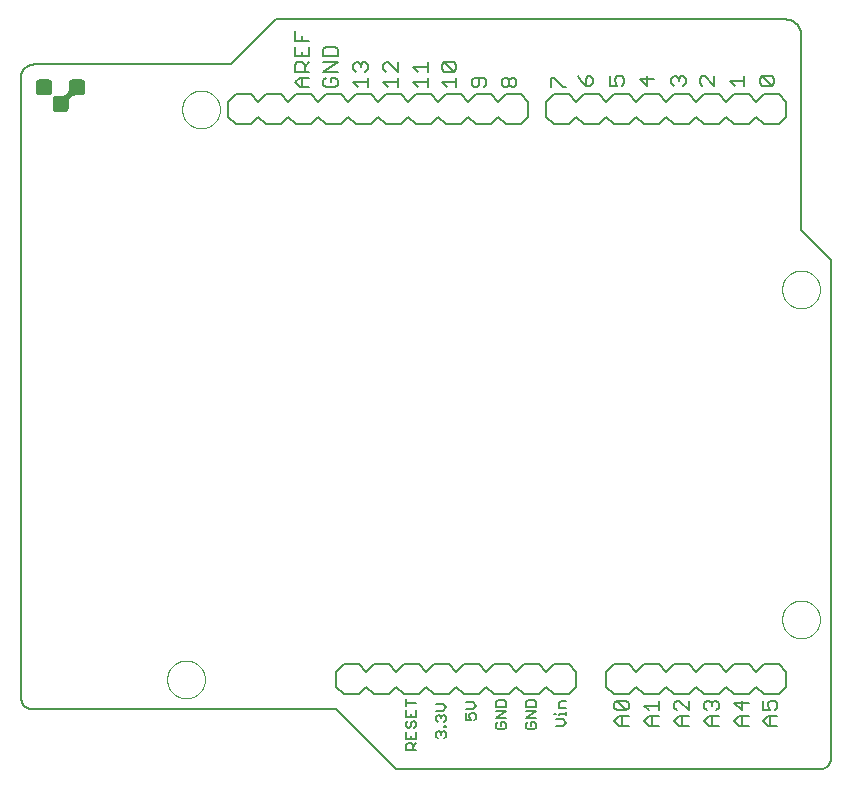
<source format=gto>
G75*
%MOIN*%
%OFA0B0*%
%FSLAX25Y25*%
%IPPOS*%
%LPD*%
%AMOC8*
5,1,8,0,0,1.08239X$1,22.5*
%
%ADD10C,0.00500*%
%ADD11C,0.00800*%
%ADD12C,0.00600*%
%ADD13C,0.00300*%
%ADD14C,0.00000*%
D10*
X0005250Y0021250D02*
X0106250Y0021250D01*
X0126250Y0001250D01*
X0267250Y0001250D01*
X0126250Y0001250D01*
X0106250Y0021250D01*
X0005250Y0021250D01*
X0005124Y0021252D01*
X0004999Y0021258D01*
X0004874Y0021268D01*
X0004749Y0021282D01*
X0004624Y0021299D01*
X0004500Y0021321D01*
X0004377Y0021346D01*
X0004255Y0021376D01*
X0004134Y0021409D01*
X0004014Y0021446D01*
X0003895Y0021486D01*
X0003778Y0021531D01*
X0003661Y0021579D01*
X0003547Y0021631D01*
X0003434Y0021686D01*
X0003323Y0021745D01*
X0003214Y0021807D01*
X0003107Y0021873D01*
X0003002Y0021942D01*
X0002899Y0022014D01*
X0002798Y0022089D01*
X0002700Y0022168D01*
X0002605Y0022250D01*
X0002512Y0022334D01*
X0002422Y0022422D01*
X0002334Y0022512D01*
X0002250Y0022605D01*
X0002168Y0022700D01*
X0002089Y0022798D01*
X0002014Y0022899D01*
X0001942Y0023002D01*
X0001873Y0023107D01*
X0001807Y0023214D01*
X0001745Y0023323D01*
X0001686Y0023434D01*
X0001631Y0023547D01*
X0001579Y0023661D01*
X0001531Y0023778D01*
X0001486Y0023895D01*
X0001446Y0024014D01*
X0001409Y0024134D01*
X0001376Y0024255D01*
X0001346Y0024377D01*
X0001321Y0024500D01*
X0001299Y0024624D01*
X0001282Y0024749D01*
X0001268Y0024874D01*
X0001258Y0024999D01*
X0001252Y0025124D01*
X0001250Y0025250D01*
X0001250Y0232150D01*
X0001250Y0025250D01*
X0001252Y0025124D01*
X0001258Y0024999D01*
X0001268Y0024874D01*
X0001282Y0024749D01*
X0001299Y0024624D01*
X0001321Y0024500D01*
X0001346Y0024377D01*
X0001376Y0024255D01*
X0001409Y0024134D01*
X0001446Y0024014D01*
X0001486Y0023895D01*
X0001531Y0023778D01*
X0001579Y0023661D01*
X0001631Y0023547D01*
X0001686Y0023434D01*
X0001745Y0023323D01*
X0001807Y0023214D01*
X0001873Y0023107D01*
X0001942Y0023002D01*
X0002014Y0022899D01*
X0002089Y0022798D01*
X0002168Y0022700D01*
X0002250Y0022605D01*
X0002334Y0022512D01*
X0002422Y0022422D01*
X0002512Y0022334D01*
X0002605Y0022250D01*
X0002700Y0022168D01*
X0002798Y0022089D01*
X0002899Y0022014D01*
X0003002Y0021942D01*
X0003107Y0021873D01*
X0003214Y0021807D01*
X0003323Y0021745D01*
X0003434Y0021686D01*
X0003547Y0021631D01*
X0003661Y0021579D01*
X0003778Y0021531D01*
X0003895Y0021486D01*
X0004014Y0021446D01*
X0004134Y0021409D01*
X0004255Y0021376D01*
X0004377Y0021346D01*
X0004500Y0021321D01*
X0004624Y0021299D01*
X0004749Y0021282D01*
X0004874Y0021268D01*
X0004999Y0021258D01*
X0005124Y0021252D01*
X0005250Y0021250D01*
X0001250Y0232150D02*
X0001252Y0232276D01*
X0001258Y0232401D01*
X0001268Y0232526D01*
X0001282Y0232651D01*
X0001299Y0232776D01*
X0001321Y0232900D01*
X0001346Y0233023D01*
X0001376Y0233145D01*
X0001409Y0233266D01*
X0001446Y0233386D01*
X0001486Y0233505D01*
X0001531Y0233622D01*
X0001579Y0233739D01*
X0001631Y0233853D01*
X0001686Y0233966D01*
X0001745Y0234077D01*
X0001807Y0234186D01*
X0001873Y0234293D01*
X0001942Y0234398D01*
X0002014Y0234501D01*
X0002089Y0234602D01*
X0002168Y0234700D01*
X0002250Y0234795D01*
X0002334Y0234888D01*
X0002422Y0234978D01*
X0002512Y0235066D01*
X0002605Y0235150D01*
X0002700Y0235232D01*
X0002798Y0235311D01*
X0002899Y0235386D01*
X0003002Y0235458D01*
X0003107Y0235527D01*
X0003214Y0235593D01*
X0003323Y0235655D01*
X0003434Y0235714D01*
X0003547Y0235769D01*
X0003661Y0235821D01*
X0003778Y0235869D01*
X0003895Y0235914D01*
X0004014Y0235954D01*
X0004134Y0235991D01*
X0004255Y0236024D01*
X0004377Y0236054D01*
X0004500Y0236079D01*
X0004624Y0236101D01*
X0004749Y0236118D01*
X0004874Y0236132D01*
X0004999Y0236142D01*
X0005124Y0236148D01*
X0005250Y0236150D01*
X0005250Y0236250D02*
X0071250Y0236250D01*
X0086250Y0251250D01*
X0256250Y0251250D01*
X0086250Y0251250D01*
X0071250Y0236250D01*
X0005250Y0236250D01*
X0005250Y0236150D02*
X0005124Y0236148D01*
X0004999Y0236142D01*
X0004874Y0236132D01*
X0004749Y0236118D01*
X0004624Y0236101D01*
X0004500Y0236079D01*
X0004377Y0236054D01*
X0004255Y0236024D01*
X0004134Y0235991D01*
X0004014Y0235954D01*
X0003895Y0235914D01*
X0003778Y0235869D01*
X0003661Y0235821D01*
X0003547Y0235769D01*
X0003434Y0235714D01*
X0003323Y0235655D01*
X0003214Y0235593D01*
X0003107Y0235527D01*
X0003002Y0235458D01*
X0002899Y0235386D01*
X0002798Y0235311D01*
X0002700Y0235232D01*
X0002605Y0235150D01*
X0002512Y0235066D01*
X0002422Y0234978D01*
X0002334Y0234888D01*
X0002250Y0234795D01*
X0002168Y0234700D01*
X0002089Y0234602D01*
X0002014Y0234501D01*
X0001942Y0234398D01*
X0001873Y0234293D01*
X0001807Y0234186D01*
X0001745Y0234077D01*
X0001686Y0233966D01*
X0001631Y0233853D01*
X0001579Y0233739D01*
X0001531Y0233622D01*
X0001486Y0233505D01*
X0001446Y0233386D01*
X0001409Y0233266D01*
X0001376Y0233145D01*
X0001346Y0233023D01*
X0001321Y0232900D01*
X0001299Y0232776D01*
X0001282Y0232651D01*
X0001268Y0232526D01*
X0001258Y0232401D01*
X0001252Y0232276D01*
X0001250Y0232150D01*
X0256250Y0251250D02*
X0256390Y0251248D01*
X0256530Y0251242D01*
X0256670Y0251232D01*
X0256810Y0251219D01*
X0256949Y0251201D01*
X0257088Y0251179D01*
X0257225Y0251154D01*
X0257363Y0251125D01*
X0257499Y0251092D01*
X0257634Y0251055D01*
X0257768Y0251014D01*
X0257901Y0250969D01*
X0258033Y0250921D01*
X0258163Y0250869D01*
X0258292Y0250814D01*
X0258419Y0250755D01*
X0258545Y0250692D01*
X0258669Y0250626D01*
X0258790Y0250557D01*
X0258910Y0250484D01*
X0259028Y0250407D01*
X0259143Y0250328D01*
X0259257Y0250245D01*
X0259367Y0250159D01*
X0259476Y0250070D01*
X0259582Y0249978D01*
X0259685Y0249883D01*
X0259786Y0249786D01*
X0259883Y0249685D01*
X0259978Y0249582D01*
X0260070Y0249476D01*
X0260159Y0249367D01*
X0260245Y0249257D01*
X0260328Y0249143D01*
X0260407Y0249028D01*
X0260484Y0248910D01*
X0260557Y0248790D01*
X0260626Y0248669D01*
X0260692Y0248545D01*
X0260755Y0248419D01*
X0260814Y0248292D01*
X0260869Y0248163D01*
X0260921Y0248033D01*
X0260969Y0247901D01*
X0261014Y0247768D01*
X0261055Y0247634D01*
X0261092Y0247499D01*
X0261125Y0247363D01*
X0261154Y0247225D01*
X0261179Y0247088D01*
X0261201Y0246949D01*
X0261219Y0246810D01*
X0261232Y0246670D01*
X0261242Y0246530D01*
X0261248Y0246390D01*
X0261250Y0246250D01*
X0261250Y0246150D02*
X0261250Y0181150D01*
X0271250Y0171150D01*
X0271250Y0005250D01*
X0271250Y0171150D01*
X0261250Y0181150D01*
X0261250Y0246150D01*
X0261250Y0246250D02*
X0261248Y0246390D01*
X0261242Y0246530D01*
X0261232Y0246670D01*
X0261219Y0246810D01*
X0261201Y0246949D01*
X0261179Y0247088D01*
X0261154Y0247225D01*
X0261125Y0247363D01*
X0261092Y0247499D01*
X0261055Y0247634D01*
X0261014Y0247768D01*
X0260969Y0247901D01*
X0260921Y0248033D01*
X0260869Y0248163D01*
X0260814Y0248292D01*
X0260755Y0248419D01*
X0260692Y0248545D01*
X0260626Y0248669D01*
X0260557Y0248790D01*
X0260484Y0248910D01*
X0260407Y0249028D01*
X0260328Y0249143D01*
X0260245Y0249257D01*
X0260159Y0249367D01*
X0260070Y0249476D01*
X0259978Y0249582D01*
X0259883Y0249685D01*
X0259786Y0249786D01*
X0259685Y0249883D01*
X0259582Y0249978D01*
X0259476Y0250070D01*
X0259367Y0250159D01*
X0259257Y0250245D01*
X0259143Y0250328D01*
X0259028Y0250407D01*
X0258910Y0250484D01*
X0258790Y0250557D01*
X0258669Y0250626D01*
X0258545Y0250692D01*
X0258419Y0250755D01*
X0258292Y0250814D01*
X0258163Y0250869D01*
X0258033Y0250921D01*
X0257901Y0250969D01*
X0257768Y0251014D01*
X0257634Y0251055D01*
X0257499Y0251092D01*
X0257363Y0251125D01*
X0257225Y0251154D01*
X0257088Y0251179D01*
X0256949Y0251201D01*
X0256810Y0251219D01*
X0256670Y0251232D01*
X0256530Y0251242D01*
X0256390Y0251248D01*
X0256250Y0251250D01*
X0271250Y0005250D02*
X0271248Y0005124D01*
X0271242Y0004999D01*
X0271232Y0004874D01*
X0271218Y0004749D01*
X0271201Y0004624D01*
X0271179Y0004500D01*
X0271154Y0004377D01*
X0271124Y0004255D01*
X0271091Y0004134D01*
X0271054Y0004014D01*
X0271014Y0003895D01*
X0270969Y0003778D01*
X0270921Y0003661D01*
X0270869Y0003547D01*
X0270814Y0003434D01*
X0270755Y0003323D01*
X0270693Y0003214D01*
X0270627Y0003107D01*
X0270558Y0003002D01*
X0270486Y0002899D01*
X0270411Y0002798D01*
X0270332Y0002700D01*
X0270250Y0002605D01*
X0270166Y0002512D01*
X0270078Y0002422D01*
X0269988Y0002334D01*
X0269895Y0002250D01*
X0269800Y0002168D01*
X0269702Y0002089D01*
X0269601Y0002014D01*
X0269498Y0001942D01*
X0269393Y0001873D01*
X0269286Y0001807D01*
X0269177Y0001745D01*
X0269066Y0001686D01*
X0268953Y0001631D01*
X0268839Y0001579D01*
X0268722Y0001531D01*
X0268605Y0001486D01*
X0268486Y0001446D01*
X0268366Y0001409D01*
X0268245Y0001376D01*
X0268123Y0001346D01*
X0268000Y0001321D01*
X0267876Y0001299D01*
X0267751Y0001282D01*
X0267626Y0001268D01*
X0267501Y0001258D01*
X0267376Y0001252D01*
X0267250Y0001250D01*
X0267376Y0001252D01*
X0267501Y0001258D01*
X0267626Y0001268D01*
X0267751Y0001282D01*
X0267876Y0001299D01*
X0268000Y0001321D01*
X0268123Y0001346D01*
X0268245Y0001376D01*
X0268366Y0001409D01*
X0268486Y0001446D01*
X0268605Y0001486D01*
X0268722Y0001531D01*
X0268839Y0001579D01*
X0268953Y0001631D01*
X0269066Y0001686D01*
X0269177Y0001745D01*
X0269286Y0001807D01*
X0269393Y0001873D01*
X0269498Y0001942D01*
X0269601Y0002014D01*
X0269702Y0002089D01*
X0269800Y0002168D01*
X0269895Y0002250D01*
X0269988Y0002334D01*
X0270078Y0002422D01*
X0270166Y0002512D01*
X0270250Y0002605D01*
X0270332Y0002700D01*
X0270411Y0002798D01*
X0270486Y0002899D01*
X0270558Y0003002D01*
X0270627Y0003107D01*
X0270693Y0003214D01*
X0270755Y0003323D01*
X0270814Y0003434D01*
X0270869Y0003547D01*
X0270921Y0003661D01*
X0270969Y0003778D01*
X0271014Y0003895D01*
X0271054Y0004014D01*
X0271091Y0004134D01*
X0271124Y0004255D01*
X0271154Y0004377D01*
X0271179Y0004500D01*
X0271201Y0004624D01*
X0271218Y0004749D01*
X0271232Y0004874D01*
X0271242Y0004999D01*
X0271248Y0005124D01*
X0271250Y0005250D01*
D11*
X0253350Y0015750D02*
X0250147Y0015750D01*
X0248546Y0017351D01*
X0250147Y0018953D01*
X0253350Y0018953D01*
X0252549Y0020906D02*
X0253350Y0021707D01*
X0253350Y0023308D01*
X0252549Y0024109D01*
X0250948Y0024109D01*
X0250147Y0023308D01*
X0250147Y0022508D01*
X0250948Y0020906D01*
X0248546Y0020906D01*
X0248546Y0024109D01*
X0248750Y0026250D02*
X0246250Y0028750D01*
X0243750Y0026250D01*
X0238750Y0026250D01*
X0236250Y0028750D01*
X0233750Y0026250D01*
X0228750Y0026250D01*
X0226250Y0028750D01*
X0223750Y0026250D01*
X0218750Y0026250D01*
X0216250Y0028750D01*
X0213750Y0026250D01*
X0208750Y0026250D01*
X0206250Y0028750D01*
X0203750Y0026250D01*
X0198750Y0026250D01*
X0196250Y0028750D01*
X0196250Y0033750D01*
X0198750Y0036250D01*
X0203750Y0036250D01*
X0206250Y0033750D01*
X0208750Y0036250D01*
X0213750Y0036250D01*
X0216250Y0033750D01*
X0218750Y0036250D01*
X0223750Y0036250D01*
X0226250Y0033750D01*
X0228750Y0036250D01*
X0233750Y0036250D01*
X0236250Y0033750D01*
X0238750Y0036250D01*
X0243750Y0036250D01*
X0246250Y0033750D01*
X0248750Y0036250D01*
X0253750Y0036250D01*
X0256250Y0033750D01*
X0256250Y0028750D01*
X0253750Y0026250D01*
X0248750Y0026250D01*
X0243850Y0023308D02*
X0239046Y0023308D01*
X0241448Y0020906D01*
X0241448Y0024109D01*
X0241448Y0018953D02*
X0241448Y0015750D01*
X0240647Y0015750D02*
X0239046Y0017351D01*
X0240647Y0018953D01*
X0243850Y0018953D01*
X0243850Y0015750D02*
X0240647Y0015750D01*
X0233850Y0015750D02*
X0230647Y0015750D01*
X0229046Y0017351D01*
X0230647Y0018953D01*
X0233850Y0018953D01*
X0233049Y0020906D02*
X0233850Y0021707D01*
X0233850Y0023308D01*
X0233049Y0024109D01*
X0232249Y0024109D01*
X0231448Y0023308D01*
X0231448Y0022508D01*
X0231448Y0023308D02*
X0230647Y0024109D01*
X0229847Y0024109D01*
X0229046Y0023308D01*
X0229046Y0021707D01*
X0229847Y0020906D01*
X0231448Y0018953D02*
X0231448Y0015750D01*
X0223850Y0015750D02*
X0220647Y0015750D01*
X0219046Y0017351D01*
X0220647Y0018953D01*
X0223850Y0018953D01*
X0223850Y0020906D02*
X0220647Y0024109D01*
X0219847Y0024109D01*
X0219046Y0023308D01*
X0219046Y0021707D01*
X0219847Y0020906D01*
X0221448Y0018953D02*
X0221448Y0015750D01*
X0223850Y0020906D02*
X0223850Y0024109D01*
X0213850Y0024109D02*
X0213850Y0020906D01*
X0213850Y0022508D02*
X0209046Y0022508D01*
X0210647Y0020906D01*
X0210647Y0018953D02*
X0213850Y0018953D01*
X0211448Y0018953D02*
X0211448Y0015750D01*
X0210647Y0015750D02*
X0209046Y0017351D01*
X0210647Y0018953D01*
X0210647Y0015750D02*
X0213850Y0015750D01*
X0203850Y0015750D02*
X0200647Y0015750D01*
X0199046Y0017351D01*
X0200647Y0018953D01*
X0203850Y0018953D01*
X0203049Y0020906D02*
X0199847Y0020906D01*
X0199046Y0021707D01*
X0199046Y0023308D01*
X0199847Y0024109D01*
X0203049Y0020906D01*
X0203850Y0021707D01*
X0203850Y0023308D01*
X0203049Y0024109D01*
X0199847Y0024109D01*
X0201448Y0018953D02*
X0201448Y0015750D01*
X0186250Y0028750D02*
X0186250Y0033750D01*
X0183750Y0036250D01*
X0178750Y0036250D01*
X0176250Y0033750D01*
X0173750Y0036250D01*
X0168750Y0036250D01*
X0166250Y0033750D01*
X0163750Y0036250D01*
X0158750Y0036250D01*
X0156250Y0033750D01*
X0153750Y0036250D01*
X0148750Y0036250D01*
X0146250Y0033750D01*
X0143750Y0036250D01*
X0138750Y0036250D01*
X0136250Y0033750D01*
X0133750Y0036250D01*
X0128750Y0036250D01*
X0126250Y0033750D01*
X0123750Y0036250D01*
X0118750Y0036250D01*
X0116250Y0033750D01*
X0113750Y0036250D01*
X0108750Y0036250D01*
X0106250Y0033750D01*
X0106250Y0028750D01*
X0108750Y0026250D01*
X0113750Y0026250D01*
X0116250Y0028750D01*
X0118750Y0026250D01*
X0123750Y0026250D01*
X0126250Y0028750D01*
X0128750Y0026250D01*
X0133750Y0026250D01*
X0136250Y0028750D01*
X0138750Y0026250D01*
X0143750Y0026250D01*
X0146250Y0028750D01*
X0148750Y0026250D01*
X0153750Y0026250D01*
X0156250Y0028750D01*
X0158750Y0026250D01*
X0163750Y0026250D01*
X0166250Y0028750D01*
X0168750Y0026250D01*
X0173750Y0026250D01*
X0176250Y0028750D01*
X0178750Y0026250D01*
X0183750Y0026250D01*
X0186250Y0028750D01*
X0250948Y0018953D02*
X0250948Y0015750D01*
X0248750Y0216250D02*
X0253750Y0216250D01*
X0256250Y0218750D01*
X0256250Y0223750D01*
X0253750Y0226250D01*
X0248750Y0226250D01*
X0246250Y0223750D01*
X0243750Y0226250D01*
X0238750Y0226250D01*
X0236250Y0223750D01*
X0233750Y0226250D01*
X0228750Y0226250D01*
X0226250Y0223750D01*
X0223750Y0226250D01*
X0218750Y0226250D01*
X0216250Y0223750D01*
X0213750Y0226250D01*
X0208750Y0226250D01*
X0206250Y0223750D01*
X0203750Y0226250D01*
X0198750Y0226250D01*
X0196250Y0223750D01*
X0193750Y0226250D01*
X0188750Y0226250D01*
X0186250Y0223750D01*
X0183750Y0226250D01*
X0178750Y0226250D01*
X0176250Y0223750D01*
X0176250Y0218750D01*
X0178750Y0216250D01*
X0183750Y0216250D01*
X0186250Y0218750D01*
X0188750Y0216250D01*
X0193750Y0216250D01*
X0196250Y0218750D01*
X0198750Y0216250D01*
X0203750Y0216250D01*
X0206250Y0218750D01*
X0208750Y0216250D01*
X0213750Y0216250D01*
X0216250Y0218750D01*
X0218750Y0216250D01*
X0223750Y0216250D01*
X0226250Y0218750D01*
X0228750Y0216250D01*
X0233750Y0216250D01*
X0236250Y0218750D01*
X0238750Y0216250D01*
X0243750Y0216250D01*
X0246250Y0218750D01*
X0248750Y0216250D01*
X0248347Y0229150D02*
X0247546Y0229951D01*
X0247546Y0231552D01*
X0248347Y0232353D01*
X0251549Y0229150D01*
X0252350Y0229951D01*
X0252350Y0231552D01*
X0251549Y0232353D01*
X0248347Y0232353D01*
X0248347Y0229150D02*
X0251549Y0229150D01*
X0242350Y0229150D02*
X0242350Y0232353D01*
X0242350Y0230751D02*
X0237546Y0230751D01*
X0239147Y0229150D01*
X0232350Y0229150D02*
X0232350Y0232353D01*
X0229147Y0232353D02*
X0228347Y0232353D01*
X0227546Y0231552D01*
X0227546Y0229951D01*
X0228347Y0229150D01*
X0229147Y0232353D02*
X0232350Y0229150D01*
X0222850Y0229951D02*
X0222049Y0229150D01*
X0222850Y0229951D02*
X0222850Y0231552D01*
X0222049Y0232353D01*
X0221249Y0232353D01*
X0220448Y0231552D01*
X0220448Y0230751D01*
X0220448Y0231552D02*
X0219647Y0232353D01*
X0218847Y0232353D01*
X0218046Y0231552D01*
X0218046Y0229951D01*
X0218847Y0229150D01*
X0212350Y0231552D02*
X0207546Y0231552D01*
X0209948Y0229150D01*
X0209948Y0232353D01*
X0202350Y0231552D02*
X0202350Y0229951D01*
X0201549Y0229150D01*
X0199948Y0229150D02*
X0199147Y0230751D01*
X0199147Y0231552D01*
X0199948Y0232353D01*
X0201549Y0232353D01*
X0202350Y0231552D01*
X0199948Y0229150D02*
X0197546Y0229150D01*
X0197546Y0232353D01*
X0191850Y0231552D02*
X0191049Y0232353D01*
X0190249Y0232353D01*
X0189448Y0231552D01*
X0189448Y0229150D01*
X0191049Y0229150D01*
X0191850Y0229951D01*
X0191850Y0231552D01*
X0189448Y0229150D02*
X0187847Y0230751D01*
X0187046Y0232353D01*
X0182850Y0228650D02*
X0182049Y0228650D01*
X0178847Y0231853D01*
X0178046Y0231853D01*
X0178046Y0228650D01*
X0170250Y0223750D02*
X0170250Y0218750D01*
X0167750Y0216250D01*
X0162750Y0216250D01*
X0160250Y0218750D01*
X0157750Y0216250D01*
X0152750Y0216250D01*
X0150250Y0218750D01*
X0147750Y0216250D01*
X0142750Y0216250D01*
X0140250Y0218750D01*
X0137750Y0216250D01*
X0132750Y0216250D01*
X0130250Y0218750D01*
X0127750Y0216250D01*
X0122750Y0216250D01*
X0120250Y0218750D01*
X0117750Y0216250D01*
X0112750Y0216250D01*
X0110250Y0218750D01*
X0107750Y0216250D01*
X0102750Y0216250D01*
X0100250Y0218750D01*
X0097750Y0216250D01*
X0092750Y0216250D01*
X0090250Y0218750D01*
X0087750Y0216250D01*
X0082750Y0216250D01*
X0080250Y0218750D01*
X0077750Y0216250D01*
X0072750Y0216250D01*
X0070250Y0218750D01*
X0070250Y0223750D01*
X0072750Y0226250D01*
X0077750Y0226250D01*
X0080250Y0223750D01*
X0082750Y0226250D01*
X0087750Y0226250D01*
X0090250Y0223750D01*
X0092750Y0226250D01*
X0097750Y0226250D01*
X0100250Y0223750D01*
X0102750Y0226250D01*
X0107750Y0226250D01*
X0110250Y0223750D01*
X0112750Y0226250D01*
X0117750Y0226250D01*
X0120250Y0223750D01*
X0122750Y0226250D01*
X0127750Y0226250D01*
X0130250Y0223750D01*
X0132750Y0226250D01*
X0137750Y0226250D01*
X0140250Y0223750D01*
X0142750Y0226250D01*
X0147750Y0226250D01*
X0150250Y0223750D01*
X0152750Y0226250D01*
X0157750Y0226250D01*
X0160250Y0223750D01*
X0162750Y0226250D01*
X0167750Y0226250D01*
X0170250Y0223750D01*
X0165549Y0228650D02*
X0164749Y0228650D01*
X0163948Y0229451D01*
X0163948Y0231052D01*
X0164749Y0231853D01*
X0165549Y0231853D01*
X0166350Y0231052D01*
X0166350Y0229451D01*
X0165549Y0228650D01*
X0163948Y0229451D02*
X0163147Y0228650D01*
X0162347Y0228650D01*
X0161546Y0229451D01*
X0161546Y0231052D01*
X0162347Y0231853D01*
X0163147Y0231853D01*
X0163948Y0231052D01*
X0156350Y0231052D02*
X0156350Y0229451D01*
X0155549Y0228650D01*
X0153948Y0229451D02*
X0153948Y0231853D01*
X0155549Y0231853D02*
X0152347Y0231853D01*
X0151546Y0231052D01*
X0151546Y0229451D01*
X0152347Y0228650D01*
X0153147Y0228650D01*
X0153948Y0229451D01*
X0156350Y0231052D02*
X0155549Y0231853D01*
X0146350Y0231853D02*
X0146350Y0228650D01*
X0146350Y0230251D02*
X0141546Y0230251D01*
X0143147Y0228650D01*
X0142347Y0233806D02*
X0141546Y0234607D01*
X0141546Y0236208D01*
X0142347Y0237009D01*
X0145549Y0233806D01*
X0146350Y0234607D01*
X0146350Y0236208D01*
X0145549Y0237009D01*
X0142347Y0237009D01*
X0142347Y0233806D02*
X0145549Y0233806D01*
X0136850Y0233806D02*
X0136850Y0237009D01*
X0136850Y0235408D02*
X0132046Y0235408D01*
X0133647Y0233806D01*
X0136850Y0231853D02*
X0136850Y0228650D01*
X0136850Y0230251D02*
X0132046Y0230251D01*
X0133647Y0228650D01*
X0126850Y0228650D02*
X0126850Y0231853D01*
X0126850Y0230251D02*
X0122046Y0230251D01*
X0123647Y0228650D01*
X0122847Y0233806D02*
X0122046Y0234607D01*
X0122046Y0236208D01*
X0122847Y0237009D01*
X0123647Y0237009D01*
X0126850Y0233806D01*
X0126850Y0237009D01*
X0116850Y0236208D02*
X0116850Y0234607D01*
X0116049Y0233806D01*
X0116850Y0231853D02*
X0116850Y0228650D01*
X0116850Y0230251D02*
X0112046Y0230251D01*
X0113647Y0228650D01*
X0112847Y0233806D02*
X0112046Y0234607D01*
X0112046Y0236208D01*
X0112847Y0237009D01*
X0113647Y0237009D01*
X0114448Y0236208D01*
X0115249Y0237009D01*
X0116049Y0237009D01*
X0116850Y0236208D01*
X0114448Y0236208D02*
X0114448Y0235408D01*
X0106850Y0237009D02*
X0102046Y0237009D01*
X0102046Y0238963D02*
X0102046Y0241365D01*
X0102847Y0242166D01*
X0106049Y0242166D01*
X0106850Y0241365D01*
X0106850Y0238963D01*
X0102046Y0238963D01*
X0097350Y0238963D02*
X0097350Y0242166D01*
X0097350Y0244119D02*
X0092546Y0244119D01*
X0092546Y0247322D01*
X0094948Y0245721D02*
X0094948Y0244119D01*
X0092546Y0242166D02*
X0092546Y0238963D01*
X0097350Y0238963D01*
X0097350Y0237009D02*
X0095749Y0235408D01*
X0095749Y0236208D02*
X0095749Y0233806D01*
X0097350Y0233806D02*
X0092546Y0233806D01*
X0092546Y0236208D01*
X0093347Y0237009D01*
X0094948Y0237009D01*
X0095749Y0236208D01*
X0094948Y0238963D02*
X0094948Y0240564D01*
X0102046Y0233806D02*
X0106850Y0237009D01*
X0106850Y0233806D02*
X0102046Y0233806D01*
X0102847Y0231853D02*
X0102046Y0231052D01*
X0102046Y0229451D01*
X0102847Y0228650D01*
X0106049Y0228650D01*
X0106850Y0229451D01*
X0106850Y0231052D01*
X0106049Y0231853D01*
X0104448Y0231853D01*
X0104448Y0230251D01*
X0097350Y0228650D02*
X0094147Y0228650D01*
X0092546Y0230251D01*
X0094147Y0231853D01*
X0097350Y0231853D01*
X0094948Y0231853D02*
X0094948Y0228650D01*
D12*
X0129547Y0024651D02*
X0129547Y0022383D01*
X0129547Y0023517D02*
X0132950Y0023517D01*
X0132950Y0020968D02*
X0132950Y0018699D01*
X0129547Y0018699D01*
X0129547Y0020968D01*
X0131249Y0019834D02*
X0131249Y0018699D01*
X0131816Y0017285D02*
X0132383Y0017285D01*
X0132950Y0016718D01*
X0132950Y0015583D01*
X0132383Y0015016D01*
X0131249Y0015583D02*
X0131249Y0016718D01*
X0131816Y0017285D01*
X0130114Y0017285D02*
X0129547Y0016718D01*
X0129547Y0015583D01*
X0130114Y0015016D01*
X0130681Y0015016D01*
X0131249Y0015583D01*
X0132950Y0013602D02*
X0132950Y0011333D01*
X0129547Y0011333D01*
X0129547Y0013602D01*
X0131249Y0012467D02*
X0131249Y0011333D01*
X0131249Y0009919D02*
X0130114Y0009919D01*
X0129547Y0009351D01*
X0129547Y0007650D01*
X0132950Y0007650D01*
X0131816Y0007650D02*
X0131816Y0009351D01*
X0131249Y0009919D01*
X0131816Y0008784D02*
X0132950Y0009919D01*
X0139547Y0012217D02*
X0139547Y0013351D01*
X0140114Y0013919D01*
X0140681Y0013919D01*
X0141249Y0013351D01*
X0141816Y0013919D01*
X0142383Y0013919D01*
X0142950Y0013351D01*
X0142950Y0012217D01*
X0142383Y0011650D01*
X0141249Y0012784D02*
X0141249Y0013351D01*
X0140114Y0011650D02*
X0139547Y0012217D01*
X0142383Y0015333D02*
X0142383Y0015900D01*
X0142950Y0015900D01*
X0142950Y0015333D01*
X0142383Y0015333D01*
X0142383Y0017175D02*
X0142950Y0017742D01*
X0142950Y0018876D01*
X0142383Y0019443D01*
X0141816Y0019443D01*
X0141249Y0018876D01*
X0141249Y0018309D01*
X0141249Y0018876D02*
X0140681Y0019443D01*
X0140114Y0019443D01*
X0139547Y0018876D01*
X0139547Y0017742D01*
X0140114Y0017175D01*
X0139547Y0020858D02*
X0141816Y0020858D01*
X0142950Y0021992D01*
X0141816Y0023126D01*
X0139547Y0023126D01*
X0149547Y0023602D02*
X0151816Y0023602D01*
X0152950Y0022467D01*
X0151816Y0021333D01*
X0149547Y0021333D01*
X0149547Y0019919D02*
X0149547Y0017650D01*
X0151249Y0017650D01*
X0150681Y0018784D01*
X0150681Y0019351D01*
X0151249Y0019919D01*
X0152383Y0019919D01*
X0152950Y0019351D01*
X0152950Y0018217D01*
X0152383Y0017650D01*
X0159547Y0018333D02*
X0162950Y0020602D01*
X0159547Y0020602D01*
X0159547Y0022016D02*
X0159547Y0023718D01*
X0160114Y0024285D01*
X0162383Y0024285D01*
X0162950Y0023718D01*
X0162950Y0022016D01*
X0159547Y0022016D01*
X0159547Y0018333D02*
X0162950Y0018333D01*
X0162383Y0016919D02*
X0161249Y0016919D01*
X0161249Y0015784D01*
X0162383Y0014650D02*
X0162950Y0015217D01*
X0162950Y0016351D01*
X0162383Y0016919D01*
X0160114Y0016919D02*
X0159547Y0016351D01*
X0159547Y0015217D01*
X0160114Y0014650D01*
X0162383Y0014650D01*
X0169547Y0015217D02*
X0170114Y0014650D01*
X0172383Y0014650D01*
X0172950Y0015217D01*
X0172950Y0016351D01*
X0172383Y0016919D01*
X0171249Y0016919D01*
X0171249Y0015784D01*
X0170114Y0016919D02*
X0169547Y0016351D01*
X0169547Y0015217D01*
X0169547Y0018333D02*
X0172950Y0020602D01*
X0169547Y0020602D01*
X0169547Y0022016D02*
X0169547Y0023718D01*
X0170114Y0024285D01*
X0172383Y0024285D01*
X0172950Y0023718D01*
X0172950Y0022016D01*
X0169547Y0022016D01*
X0169547Y0018333D02*
X0172950Y0018333D01*
X0178980Y0019900D02*
X0179547Y0019900D01*
X0180681Y0019900D02*
X0182950Y0019900D01*
X0182950Y0019333D02*
X0182950Y0020467D01*
X0182950Y0021789D02*
X0180681Y0021789D01*
X0180681Y0023490D01*
X0181249Y0024057D01*
X0182950Y0024057D01*
X0180681Y0019900D02*
X0180681Y0019333D01*
X0179547Y0017919D02*
X0181816Y0017919D01*
X0182950Y0016784D01*
X0181816Y0015650D01*
X0179547Y0015650D01*
D13*
X0016457Y0221043D02*
X0016250Y0220884D01*
X0016009Y0220784D01*
X0015750Y0220750D01*
X0012750Y0220750D01*
X0012491Y0220784D01*
X0012250Y0220884D01*
X0012043Y0221043D01*
X0011884Y0221250D01*
X0011784Y0221491D01*
X0011750Y0221750D01*
X0011750Y0223250D01*
X0011750Y0224750D01*
X0011784Y0225009D01*
X0011884Y0225250D01*
X0012043Y0225457D01*
X0012250Y0225616D01*
X0012491Y0225716D01*
X0012750Y0225750D01*
X0014750Y0225750D01*
X0015238Y0225798D01*
X0015707Y0225940D01*
X0016139Y0226171D01*
X0016518Y0226482D01*
X0016829Y0226861D01*
X0017060Y0227293D01*
X0017202Y0227762D01*
X0017250Y0228250D01*
X0017250Y0230250D01*
X0017284Y0230509D01*
X0017384Y0230750D01*
X0017543Y0230957D01*
X0017750Y0231116D01*
X0017991Y0231216D01*
X0018250Y0231250D01*
X0021250Y0231250D01*
X0021509Y0231216D01*
X0021750Y0231116D01*
X0021957Y0230957D01*
X0022116Y0230750D01*
X0022216Y0230509D01*
X0022250Y0230250D01*
X0022250Y0227250D01*
X0022216Y0226991D01*
X0022116Y0226750D01*
X0021957Y0226543D01*
X0021750Y0226384D01*
X0021509Y0226284D01*
X0021250Y0226250D01*
X0019250Y0226250D01*
X0018762Y0226202D01*
X0018293Y0226060D01*
X0017861Y0225829D01*
X0017482Y0225518D01*
X0017171Y0225139D01*
X0016940Y0224707D01*
X0016798Y0224238D01*
X0016750Y0223750D01*
X0016750Y0221750D01*
X0016716Y0221491D01*
X0016616Y0221250D01*
X0016457Y0221043D01*
X0016341Y0220954D02*
X0012159Y0220954D01*
X0011883Y0221253D02*
X0016617Y0221253D01*
X0016724Y0221551D02*
X0011776Y0221551D01*
X0011750Y0221850D02*
X0016750Y0221850D01*
X0016750Y0222148D02*
X0011750Y0222148D01*
X0011750Y0222447D02*
X0016750Y0222447D01*
X0016750Y0222745D02*
X0011750Y0222745D01*
X0011750Y0223044D02*
X0016750Y0223044D01*
X0016750Y0223342D02*
X0011750Y0223342D01*
X0011750Y0223641D02*
X0016750Y0223641D01*
X0016769Y0223939D02*
X0011750Y0223939D01*
X0011750Y0224238D02*
X0016798Y0224238D01*
X0016889Y0224536D02*
X0011750Y0224536D01*
X0011761Y0224835D02*
X0017009Y0224835D01*
X0017168Y0225133D02*
X0011836Y0225133D01*
X0012023Y0225432D02*
X0017412Y0225432D01*
X0017741Y0225730D02*
X0012600Y0225730D01*
X0011116Y0226750D02*
X0010957Y0226543D01*
X0010750Y0226384D01*
X0010509Y0226284D01*
X0010250Y0226250D01*
X0007250Y0226250D01*
X0006991Y0226284D01*
X0006750Y0226384D01*
X0006543Y0226543D01*
X0006384Y0226750D01*
X0006284Y0226991D01*
X0006250Y0227250D01*
X0006250Y0229250D01*
X0006250Y0230250D01*
X0006284Y0230509D01*
X0006384Y0230750D01*
X0006543Y0230957D01*
X0006750Y0231116D01*
X0006991Y0231216D01*
X0007250Y0231250D01*
X0010250Y0231250D01*
X0010509Y0231216D01*
X0010750Y0231116D01*
X0010957Y0230957D01*
X0011116Y0230750D01*
X0011216Y0230509D01*
X0011250Y0230250D01*
X0011250Y0227250D01*
X0011216Y0226991D01*
X0011116Y0226750D01*
X0011021Y0226626D02*
X0006479Y0226626D01*
X0006312Y0226924D02*
X0011188Y0226924D01*
X0011246Y0227223D02*
X0006254Y0227223D01*
X0006250Y0227521D02*
X0011250Y0227521D01*
X0011250Y0227820D02*
X0006250Y0227820D01*
X0006250Y0228118D02*
X0011250Y0228118D01*
X0011250Y0228417D02*
X0006250Y0228417D01*
X0006250Y0228715D02*
X0011250Y0228715D01*
X0011250Y0229014D02*
X0006250Y0229014D01*
X0006250Y0229312D02*
X0011250Y0229312D01*
X0011250Y0229611D02*
X0006250Y0229611D01*
X0006250Y0229909D02*
X0011250Y0229909D01*
X0011250Y0230208D02*
X0006250Y0230208D01*
X0006284Y0230506D02*
X0011216Y0230506D01*
X0011074Y0230805D02*
X0006426Y0230805D01*
X0006734Y0231103D02*
X0010766Y0231103D01*
X0010613Y0226327D02*
X0006887Y0226327D01*
X0015872Y0226029D02*
X0018235Y0226029D01*
X0016862Y0226924D02*
X0022188Y0226924D01*
X0022246Y0227223D02*
X0017022Y0227223D01*
X0017129Y0227521D02*
X0022250Y0227521D01*
X0022250Y0227820D02*
X0017208Y0227820D01*
X0017237Y0228118D02*
X0022250Y0228118D01*
X0022250Y0228417D02*
X0017250Y0228417D01*
X0017250Y0228715D02*
X0022250Y0228715D01*
X0022250Y0229014D02*
X0017250Y0229014D01*
X0017250Y0229312D02*
X0022250Y0229312D01*
X0022250Y0229611D02*
X0017250Y0229611D01*
X0017250Y0229909D02*
X0022250Y0229909D01*
X0022250Y0230208D02*
X0017250Y0230208D01*
X0017284Y0230506D02*
X0022216Y0230506D01*
X0022074Y0230805D02*
X0017426Y0230805D01*
X0017734Y0231103D02*
X0021766Y0231103D01*
X0022021Y0226626D02*
X0016636Y0226626D01*
X0016329Y0226327D02*
X0021613Y0226327D01*
D14*
X0054951Y0221250D02*
X0054953Y0221408D01*
X0054959Y0221566D01*
X0054969Y0221724D01*
X0054983Y0221882D01*
X0055001Y0222039D01*
X0055022Y0222196D01*
X0055048Y0222352D01*
X0055078Y0222508D01*
X0055111Y0222663D01*
X0055149Y0222816D01*
X0055190Y0222969D01*
X0055235Y0223121D01*
X0055284Y0223272D01*
X0055337Y0223421D01*
X0055393Y0223569D01*
X0055453Y0223715D01*
X0055517Y0223860D01*
X0055585Y0224003D01*
X0055656Y0224145D01*
X0055730Y0224285D01*
X0055808Y0224422D01*
X0055890Y0224558D01*
X0055974Y0224692D01*
X0056063Y0224823D01*
X0056154Y0224952D01*
X0056249Y0225079D01*
X0056346Y0225204D01*
X0056447Y0225326D01*
X0056551Y0225445D01*
X0056658Y0225562D01*
X0056768Y0225676D01*
X0056881Y0225787D01*
X0056996Y0225896D01*
X0057114Y0226001D01*
X0057235Y0226103D01*
X0057358Y0226203D01*
X0057484Y0226299D01*
X0057612Y0226392D01*
X0057742Y0226482D01*
X0057875Y0226568D01*
X0058010Y0226652D01*
X0058146Y0226731D01*
X0058285Y0226808D01*
X0058426Y0226880D01*
X0058568Y0226950D01*
X0058712Y0227015D01*
X0058858Y0227077D01*
X0059005Y0227135D01*
X0059154Y0227190D01*
X0059304Y0227241D01*
X0059455Y0227288D01*
X0059607Y0227331D01*
X0059760Y0227370D01*
X0059915Y0227406D01*
X0060070Y0227437D01*
X0060226Y0227465D01*
X0060382Y0227489D01*
X0060539Y0227509D01*
X0060697Y0227525D01*
X0060854Y0227537D01*
X0061013Y0227545D01*
X0061171Y0227549D01*
X0061329Y0227549D01*
X0061487Y0227545D01*
X0061646Y0227537D01*
X0061803Y0227525D01*
X0061961Y0227509D01*
X0062118Y0227489D01*
X0062274Y0227465D01*
X0062430Y0227437D01*
X0062585Y0227406D01*
X0062740Y0227370D01*
X0062893Y0227331D01*
X0063045Y0227288D01*
X0063196Y0227241D01*
X0063346Y0227190D01*
X0063495Y0227135D01*
X0063642Y0227077D01*
X0063788Y0227015D01*
X0063932Y0226950D01*
X0064074Y0226880D01*
X0064215Y0226808D01*
X0064354Y0226731D01*
X0064490Y0226652D01*
X0064625Y0226568D01*
X0064758Y0226482D01*
X0064888Y0226392D01*
X0065016Y0226299D01*
X0065142Y0226203D01*
X0065265Y0226103D01*
X0065386Y0226001D01*
X0065504Y0225896D01*
X0065619Y0225787D01*
X0065732Y0225676D01*
X0065842Y0225562D01*
X0065949Y0225445D01*
X0066053Y0225326D01*
X0066154Y0225204D01*
X0066251Y0225079D01*
X0066346Y0224952D01*
X0066437Y0224823D01*
X0066526Y0224692D01*
X0066610Y0224558D01*
X0066692Y0224422D01*
X0066770Y0224285D01*
X0066844Y0224145D01*
X0066915Y0224003D01*
X0066983Y0223860D01*
X0067047Y0223715D01*
X0067107Y0223569D01*
X0067163Y0223421D01*
X0067216Y0223272D01*
X0067265Y0223121D01*
X0067310Y0222969D01*
X0067351Y0222816D01*
X0067389Y0222663D01*
X0067422Y0222508D01*
X0067452Y0222352D01*
X0067478Y0222196D01*
X0067499Y0222039D01*
X0067517Y0221882D01*
X0067531Y0221724D01*
X0067541Y0221566D01*
X0067547Y0221408D01*
X0067549Y0221250D01*
X0067547Y0221092D01*
X0067541Y0220934D01*
X0067531Y0220776D01*
X0067517Y0220618D01*
X0067499Y0220461D01*
X0067478Y0220304D01*
X0067452Y0220148D01*
X0067422Y0219992D01*
X0067389Y0219837D01*
X0067351Y0219684D01*
X0067310Y0219531D01*
X0067265Y0219379D01*
X0067216Y0219228D01*
X0067163Y0219079D01*
X0067107Y0218931D01*
X0067047Y0218785D01*
X0066983Y0218640D01*
X0066915Y0218497D01*
X0066844Y0218355D01*
X0066770Y0218215D01*
X0066692Y0218078D01*
X0066610Y0217942D01*
X0066526Y0217808D01*
X0066437Y0217677D01*
X0066346Y0217548D01*
X0066251Y0217421D01*
X0066154Y0217296D01*
X0066053Y0217174D01*
X0065949Y0217055D01*
X0065842Y0216938D01*
X0065732Y0216824D01*
X0065619Y0216713D01*
X0065504Y0216604D01*
X0065386Y0216499D01*
X0065265Y0216397D01*
X0065142Y0216297D01*
X0065016Y0216201D01*
X0064888Y0216108D01*
X0064758Y0216018D01*
X0064625Y0215932D01*
X0064490Y0215848D01*
X0064354Y0215769D01*
X0064215Y0215692D01*
X0064074Y0215620D01*
X0063932Y0215550D01*
X0063788Y0215485D01*
X0063642Y0215423D01*
X0063495Y0215365D01*
X0063346Y0215310D01*
X0063196Y0215259D01*
X0063045Y0215212D01*
X0062893Y0215169D01*
X0062740Y0215130D01*
X0062585Y0215094D01*
X0062430Y0215063D01*
X0062274Y0215035D01*
X0062118Y0215011D01*
X0061961Y0214991D01*
X0061803Y0214975D01*
X0061646Y0214963D01*
X0061487Y0214955D01*
X0061329Y0214951D01*
X0061171Y0214951D01*
X0061013Y0214955D01*
X0060854Y0214963D01*
X0060697Y0214975D01*
X0060539Y0214991D01*
X0060382Y0215011D01*
X0060226Y0215035D01*
X0060070Y0215063D01*
X0059915Y0215094D01*
X0059760Y0215130D01*
X0059607Y0215169D01*
X0059455Y0215212D01*
X0059304Y0215259D01*
X0059154Y0215310D01*
X0059005Y0215365D01*
X0058858Y0215423D01*
X0058712Y0215485D01*
X0058568Y0215550D01*
X0058426Y0215620D01*
X0058285Y0215692D01*
X0058146Y0215769D01*
X0058010Y0215848D01*
X0057875Y0215932D01*
X0057742Y0216018D01*
X0057612Y0216108D01*
X0057484Y0216201D01*
X0057358Y0216297D01*
X0057235Y0216397D01*
X0057114Y0216499D01*
X0056996Y0216604D01*
X0056881Y0216713D01*
X0056768Y0216824D01*
X0056658Y0216938D01*
X0056551Y0217055D01*
X0056447Y0217174D01*
X0056346Y0217296D01*
X0056249Y0217421D01*
X0056154Y0217548D01*
X0056063Y0217677D01*
X0055974Y0217808D01*
X0055890Y0217942D01*
X0055808Y0218078D01*
X0055730Y0218215D01*
X0055656Y0218355D01*
X0055585Y0218497D01*
X0055517Y0218640D01*
X0055453Y0218785D01*
X0055393Y0218931D01*
X0055337Y0219079D01*
X0055284Y0219228D01*
X0055235Y0219379D01*
X0055190Y0219531D01*
X0055149Y0219684D01*
X0055111Y0219837D01*
X0055078Y0219992D01*
X0055048Y0220148D01*
X0055022Y0220304D01*
X0055001Y0220461D01*
X0054983Y0220618D01*
X0054969Y0220776D01*
X0054959Y0220934D01*
X0054953Y0221092D01*
X0054951Y0221250D01*
X0049951Y0031250D02*
X0049953Y0031408D01*
X0049959Y0031566D01*
X0049969Y0031724D01*
X0049983Y0031882D01*
X0050001Y0032039D01*
X0050022Y0032196D01*
X0050048Y0032352D01*
X0050078Y0032508D01*
X0050111Y0032663D01*
X0050149Y0032816D01*
X0050190Y0032969D01*
X0050235Y0033121D01*
X0050284Y0033272D01*
X0050337Y0033421D01*
X0050393Y0033569D01*
X0050453Y0033715D01*
X0050517Y0033860D01*
X0050585Y0034003D01*
X0050656Y0034145D01*
X0050730Y0034285D01*
X0050808Y0034422D01*
X0050890Y0034558D01*
X0050974Y0034692D01*
X0051063Y0034823D01*
X0051154Y0034952D01*
X0051249Y0035079D01*
X0051346Y0035204D01*
X0051447Y0035326D01*
X0051551Y0035445D01*
X0051658Y0035562D01*
X0051768Y0035676D01*
X0051881Y0035787D01*
X0051996Y0035896D01*
X0052114Y0036001D01*
X0052235Y0036103D01*
X0052358Y0036203D01*
X0052484Y0036299D01*
X0052612Y0036392D01*
X0052742Y0036482D01*
X0052875Y0036568D01*
X0053010Y0036652D01*
X0053146Y0036731D01*
X0053285Y0036808D01*
X0053426Y0036880D01*
X0053568Y0036950D01*
X0053712Y0037015D01*
X0053858Y0037077D01*
X0054005Y0037135D01*
X0054154Y0037190D01*
X0054304Y0037241D01*
X0054455Y0037288D01*
X0054607Y0037331D01*
X0054760Y0037370D01*
X0054915Y0037406D01*
X0055070Y0037437D01*
X0055226Y0037465D01*
X0055382Y0037489D01*
X0055539Y0037509D01*
X0055697Y0037525D01*
X0055854Y0037537D01*
X0056013Y0037545D01*
X0056171Y0037549D01*
X0056329Y0037549D01*
X0056487Y0037545D01*
X0056646Y0037537D01*
X0056803Y0037525D01*
X0056961Y0037509D01*
X0057118Y0037489D01*
X0057274Y0037465D01*
X0057430Y0037437D01*
X0057585Y0037406D01*
X0057740Y0037370D01*
X0057893Y0037331D01*
X0058045Y0037288D01*
X0058196Y0037241D01*
X0058346Y0037190D01*
X0058495Y0037135D01*
X0058642Y0037077D01*
X0058788Y0037015D01*
X0058932Y0036950D01*
X0059074Y0036880D01*
X0059215Y0036808D01*
X0059354Y0036731D01*
X0059490Y0036652D01*
X0059625Y0036568D01*
X0059758Y0036482D01*
X0059888Y0036392D01*
X0060016Y0036299D01*
X0060142Y0036203D01*
X0060265Y0036103D01*
X0060386Y0036001D01*
X0060504Y0035896D01*
X0060619Y0035787D01*
X0060732Y0035676D01*
X0060842Y0035562D01*
X0060949Y0035445D01*
X0061053Y0035326D01*
X0061154Y0035204D01*
X0061251Y0035079D01*
X0061346Y0034952D01*
X0061437Y0034823D01*
X0061526Y0034692D01*
X0061610Y0034558D01*
X0061692Y0034422D01*
X0061770Y0034285D01*
X0061844Y0034145D01*
X0061915Y0034003D01*
X0061983Y0033860D01*
X0062047Y0033715D01*
X0062107Y0033569D01*
X0062163Y0033421D01*
X0062216Y0033272D01*
X0062265Y0033121D01*
X0062310Y0032969D01*
X0062351Y0032816D01*
X0062389Y0032663D01*
X0062422Y0032508D01*
X0062452Y0032352D01*
X0062478Y0032196D01*
X0062499Y0032039D01*
X0062517Y0031882D01*
X0062531Y0031724D01*
X0062541Y0031566D01*
X0062547Y0031408D01*
X0062549Y0031250D01*
X0062547Y0031092D01*
X0062541Y0030934D01*
X0062531Y0030776D01*
X0062517Y0030618D01*
X0062499Y0030461D01*
X0062478Y0030304D01*
X0062452Y0030148D01*
X0062422Y0029992D01*
X0062389Y0029837D01*
X0062351Y0029684D01*
X0062310Y0029531D01*
X0062265Y0029379D01*
X0062216Y0029228D01*
X0062163Y0029079D01*
X0062107Y0028931D01*
X0062047Y0028785D01*
X0061983Y0028640D01*
X0061915Y0028497D01*
X0061844Y0028355D01*
X0061770Y0028215D01*
X0061692Y0028078D01*
X0061610Y0027942D01*
X0061526Y0027808D01*
X0061437Y0027677D01*
X0061346Y0027548D01*
X0061251Y0027421D01*
X0061154Y0027296D01*
X0061053Y0027174D01*
X0060949Y0027055D01*
X0060842Y0026938D01*
X0060732Y0026824D01*
X0060619Y0026713D01*
X0060504Y0026604D01*
X0060386Y0026499D01*
X0060265Y0026397D01*
X0060142Y0026297D01*
X0060016Y0026201D01*
X0059888Y0026108D01*
X0059758Y0026018D01*
X0059625Y0025932D01*
X0059490Y0025848D01*
X0059354Y0025769D01*
X0059215Y0025692D01*
X0059074Y0025620D01*
X0058932Y0025550D01*
X0058788Y0025485D01*
X0058642Y0025423D01*
X0058495Y0025365D01*
X0058346Y0025310D01*
X0058196Y0025259D01*
X0058045Y0025212D01*
X0057893Y0025169D01*
X0057740Y0025130D01*
X0057585Y0025094D01*
X0057430Y0025063D01*
X0057274Y0025035D01*
X0057118Y0025011D01*
X0056961Y0024991D01*
X0056803Y0024975D01*
X0056646Y0024963D01*
X0056487Y0024955D01*
X0056329Y0024951D01*
X0056171Y0024951D01*
X0056013Y0024955D01*
X0055854Y0024963D01*
X0055697Y0024975D01*
X0055539Y0024991D01*
X0055382Y0025011D01*
X0055226Y0025035D01*
X0055070Y0025063D01*
X0054915Y0025094D01*
X0054760Y0025130D01*
X0054607Y0025169D01*
X0054455Y0025212D01*
X0054304Y0025259D01*
X0054154Y0025310D01*
X0054005Y0025365D01*
X0053858Y0025423D01*
X0053712Y0025485D01*
X0053568Y0025550D01*
X0053426Y0025620D01*
X0053285Y0025692D01*
X0053146Y0025769D01*
X0053010Y0025848D01*
X0052875Y0025932D01*
X0052742Y0026018D01*
X0052612Y0026108D01*
X0052484Y0026201D01*
X0052358Y0026297D01*
X0052235Y0026397D01*
X0052114Y0026499D01*
X0051996Y0026604D01*
X0051881Y0026713D01*
X0051768Y0026824D01*
X0051658Y0026938D01*
X0051551Y0027055D01*
X0051447Y0027174D01*
X0051346Y0027296D01*
X0051249Y0027421D01*
X0051154Y0027548D01*
X0051063Y0027677D01*
X0050974Y0027808D01*
X0050890Y0027942D01*
X0050808Y0028078D01*
X0050730Y0028215D01*
X0050656Y0028355D01*
X0050585Y0028497D01*
X0050517Y0028640D01*
X0050453Y0028785D01*
X0050393Y0028931D01*
X0050337Y0029079D01*
X0050284Y0029228D01*
X0050235Y0029379D01*
X0050190Y0029531D01*
X0050149Y0029684D01*
X0050111Y0029837D01*
X0050078Y0029992D01*
X0050048Y0030148D01*
X0050022Y0030304D01*
X0050001Y0030461D01*
X0049983Y0030618D01*
X0049969Y0030776D01*
X0049959Y0030934D01*
X0049953Y0031092D01*
X0049951Y0031250D01*
X0254951Y0051250D02*
X0254953Y0051408D01*
X0254959Y0051566D01*
X0254969Y0051724D01*
X0254983Y0051882D01*
X0255001Y0052039D01*
X0255022Y0052196D01*
X0255048Y0052352D01*
X0255078Y0052508D01*
X0255111Y0052663D01*
X0255149Y0052816D01*
X0255190Y0052969D01*
X0255235Y0053121D01*
X0255284Y0053272D01*
X0255337Y0053421D01*
X0255393Y0053569D01*
X0255453Y0053715D01*
X0255517Y0053860D01*
X0255585Y0054003D01*
X0255656Y0054145D01*
X0255730Y0054285D01*
X0255808Y0054422D01*
X0255890Y0054558D01*
X0255974Y0054692D01*
X0256063Y0054823D01*
X0256154Y0054952D01*
X0256249Y0055079D01*
X0256346Y0055204D01*
X0256447Y0055326D01*
X0256551Y0055445D01*
X0256658Y0055562D01*
X0256768Y0055676D01*
X0256881Y0055787D01*
X0256996Y0055896D01*
X0257114Y0056001D01*
X0257235Y0056103D01*
X0257358Y0056203D01*
X0257484Y0056299D01*
X0257612Y0056392D01*
X0257742Y0056482D01*
X0257875Y0056568D01*
X0258010Y0056652D01*
X0258146Y0056731D01*
X0258285Y0056808D01*
X0258426Y0056880D01*
X0258568Y0056950D01*
X0258712Y0057015D01*
X0258858Y0057077D01*
X0259005Y0057135D01*
X0259154Y0057190D01*
X0259304Y0057241D01*
X0259455Y0057288D01*
X0259607Y0057331D01*
X0259760Y0057370D01*
X0259915Y0057406D01*
X0260070Y0057437D01*
X0260226Y0057465D01*
X0260382Y0057489D01*
X0260539Y0057509D01*
X0260697Y0057525D01*
X0260854Y0057537D01*
X0261013Y0057545D01*
X0261171Y0057549D01*
X0261329Y0057549D01*
X0261487Y0057545D01*
X0261646Y0057537D01*
X0261803Y0057525D01*
X0261961Y0057509D01*
X0262118Y0057489D01*
X0262274Y0057465D01*
X0262430Y0057437D01*
X0262585Y0057406D01*
X0262740Y0057370D01*
X0262893Y0057331D01*
X0263045Y0057288D01*
X0263196Y0057241D01*
X0263346Y0057190D01*
X0263495Y0057135D01*
X0263642Y0057077D01*
X0263788Y0057015D01*
X0263932Y0056950D01*
X0264074Y0056880D01*
X0264215Y0056808D01*
X0264354Y0056731D01*
X0264490Y0056652D01*
X0264625Y0056568D01*
X0264758Y0056482D01*
X0264888Y0056392D01*
X0265016Y0056299D01*
X0265142Y0056203D01*
X0265265Y0056103D01*
X0265386Y0056001D01*
X0265504Y0055896D01*
X0265619Y0055787D01*
X0265732Y0055676D01*
X0265842Y0055562D01*
X0265949Y0055445D01*
X0266053Y0055326D01*
X0266154Y0055204D01*
X0266251Y0055079D01*
X0266346Y0054952D01*
X0266437Y0054823D01*
X0266526Y0054692D01*
X0266610Y0054558D01*
X0266692Y0054422D01*
X0266770Y0054285D01*
X0266844Y0054145D01*
X0266915Y0054003D01*
X0266983Y0053860D01*
X0267047Y0053715D01*
X0267107Y0053569D01*
X0267163Y0053421D01*
X0267216Y0053272D01*
X0267265Y0053121D01*
X0267310Y0052969D01*
X0267351Y0052816D01*
X0267389Y0052663D01*
X0267422Y0052508D01*
X0267452Y0052352D01*
X0267478Y0052196D01*
X0267499Y0052039D01*
X0267517Y0051882D01*
X0267531Y0051724D01*
X0267541Y0051566D01*
X0267547Y0051408D01*
X0267549Y0051250D01*
X0267547Y0051092D01*
X0267541Y0050934D01*
X0267531Y0050776D01*
X0267517Y0050618D01*
X0267499Y0050461D01*
X0267478Y0050304D01*
X0267452Y0050148D01*
X0267422Y0049992D01*
X0267389Y0049837D01*
X0267351Y0049684D01*
X0267310Y0049531D01*
X0267265Y0049379D01*
X0267216Y0049228D01*
X0267163Y0049079D01*
X0267107Y0048931D01*
X0267047Y0048785D01*
X0266983Y0048640D01*
X0266915Y0048497D01*
X0266844Y0048355D01*
X0266770Y0048215D01*
X0266692Y0048078D01*
X0266610Y0047942D01*
X0266526Y0047808D01*
X0266437Y0047677D01*
X0266346Y0047548D01*
X0266251Y0047421D01*
X0266154Y0047296D01*
X0266053Y0047174D01*
X0265949Y0047055D01*
X0265842Y0046938D01*
X0265732Y0046824D01*
X0265619Y0046713D01*
X0265504Y0046604D01*
X0265386Y0046499D01*
X0265265Y0046397D01*
X0265142Y0046297D01*
X0265016Y0046201D01*
X0264888Y0046108D01*
X0264758Y0046018D01*
X0264625Y0045932D01*
X0264490Y0045848D01*
X0264354Y0045769D01*
X0264215Y0045692D01*
X0264074Y0045620D01*
X0263932Y0045550D01*
X0263788Y0045485D01*
X0263642Y0045423D01*
X0263495Y0045365D01*
X0263346Y0045310D01*
X0263196Y0045259D01*
X0263045Y0045212D01*
X0262893Y0045169D01*
X0262740Y0045130D01*
X0262585Y0045094D01*
X0262430Y0045063D01*
X0262274Y0045035D01*
X0262118Y0045011D01*
X0261961Y0044991D01*
X0261803Y0044975D01*
X0261646Y0044963D01*
X0261487Y0044955D01*
X0261329Y0044951D01*
X0261171Y0044951D01*
X0261013Y0044955D01*
X0260854Y0044963D01*
X0260697Y0044975D01*
X0260539Y0044991D01*
X0260382Y0045011D01*
X0260226Y0045035D01*
X0260070Y0045063D01*
X0259915Y0045094D01*
X0259760Y0045130D01*
X0259607Y0045169D01*
X0259455Y0045212D01*
X0259304Y0045259D01*
X0259154Y0045310D01*
X0259005Y0045365D01*
X0258858Y0045423D01*
X0258712Y0045485D01*
X0258568Y0045550D01*
X0258426Y0045620D01*
X0258285Y0045692D01*
X0258146Y0045769D01*
X0258010Y0045848D01*
X0257875Y0045932D01*
X0257742Y0046018D01*
X0257612Y0046108D01*
X0257484Y0046201D01*
X0257358Y0046297D01*
X0257235Y0046397D01*
X0257114Y0046499D01*
X0256996Y0046604D01*
X0256881Y0046713D01*
X0256768Y0046824D01*
X0256658Y0046938D01*
X0256551Y0047055D01*
X0256447Y0047174D01*
X0256346Y0047296D01*
X0256249Y0047421D01*
X0256154Y0047548D01*
X0256063Y0047677D01*
X0255974Y0047808D01*
X0255890Y0047942D01*
X0255808Y0048078D01*
X0255730Y0048215D01*
X0255656Y0048355D01*
X0255585Y0048497D01*
X0255517Y0048640D01*
X0255453Y0048785D01*
X0255393Y0048931D01*
X0255337Y0049079D01*
X0255284Y0049228D01*
X0255235Y0049379D01*
X0255190Y0049531D01*
X0255149Y0049684D01*
X0255111Y0049837D01*
X0255078Y0049992D01*
X0255048Y0050148D01*
X0255022Y0050304D01*
X0255001Y0050461D01*
X0254983Y0050618D01*
X0254969Y0050776D01*
X0254959Y0050934D01*
X0254953Y0051092D01*
X0254951Y0051250D01*
X0254951Y0161250D02*
X0254953Y0161408D01*
X0254959Y0161566D01*
X0254969Y0161724D01*
X0254983Y0161882D01*
X0255001Y0162039D01*
X0255022Y0162196D01*
X0255048Y0162352D01*
X0255078Y0162508D01*
X0255111Y0162663D01*
X0255149Y0162816D01*
X0255190Y0162969D01*
X0255235Y0163121D01*
X0255284Y0163272D01*
X0255337Y0163421D01*
X0255393Y0163569D01*
X0255453Y0163715D01*
X0255517Y0163860D01*
X0255585Y0164003D01*
X0255656Y0164145D01*
X0255730Y0164285D01*
X0255808Y0164422D01*
X0255890Y0164558D01*
X0255974Y0164692D01*
X0256063Y0164823D01*
X0256154Y0164952D01*
X0256249Y0165079D01*
X0256346Y0165204D01*
X0256447Y0165326D01*
X0256551Y0165445D01*
X0256658Y0165562D01*
X0256768Y0165676D01*
X0256881Y0165787D01*
X0256996Y0165896D01*
X0257114Y0166001D01*
X0257235Y0166103D01*
X0257358Y0166203D01*
X0257484Y0166299D01*
X0257612Y0166392D01*
X0257742Y0166482D01*
X0257875Y0166568D01*
X0258010Y0166652D01*
X0258146Y0166731D01*
X0258285Y0166808D01*
X0258426Y0166880D01*
X0258568Y0166950D01*
X0258712Y0167015D01*
X0258858Y0167077D01*
X0259005Y0167135D01*
X0259154Y0167190D01*
X0259304Y0167241D01*
X0259455Y0167288D01*
X0259607Y0167331D01*
X0259760Y0167370D01*
X0259915Y0167406D01*
X0260070Y0167437D01*
X0260226Y0167465D01*
X0260382Y0167489D01*
X0260539Y0167509D01*
X0260697Y0167525D01*
X0260854Y0167537D01*
X0261013Y0167545D01*
X0261171Y0167549D01*
X0261329Y0167549D01*
X0261487Y0167545D01*
X0261646Y0167537D01*
X0261803Y0167525D01*
X0261961Y0167509D01*
X0262118Y0167489D01*
X0262274Y0167465D01*
X0262430Y0167437D01*
X0262585Y0167406D01*
X0262740Y0167370D01*
X0262893Y0167331D01*
X0263045Y0167288D01*
X0263196Y0167241D01*
X0263346Y0167190D01*
X0263495Y0167135D01*
X0263642Y0167077D01*
X0263788Y0167015D01*
X0263932Y0166950D01*
X0264074Y0166880D01*
X0264215Y0166808D01*
X0264354Y0166731D01*
X0264490Y0166652D01*
X0264625Y0166568D01*
X0264758Y0166482D01*
X0264888Y0166392D01*
X0265016Y0166299D01*
X0265142Y0166203D01*
X0265265Y0166103D01*
X0265386Y0166001D01*
X0265504Y0165896D01*
X0265619Y0165787D01*
X0265732Y0165676D01*
X0265842Y0165562D01*
X0265949Y0165445D01*
X0266053Y0165326D01*
X0266154Y0165204D01*
X0266251Y0165079D01*
X0266346Y0164952D01*
X0266437Y0164823D01*
X0266526Y0164692D01*
X0266610Y0164558D01*
X0266692Y0164422D01*
X0266770Y0164285D01*
X0266844Y0164145D01*
X0266915Y0164003D01*
X0266983Y0163860D01*
X0267047Y0163715D01*
X0267107Y0163569D01*
X0267163Y0163421D01*
X0267216Y0163272D01*
X0267265Y0163121D01*
X0267310Y0162969D01*
X0267351Y0162816D01*
X0267389Y0162663D01*
X0267422Y0162508D01*
X0267452Y0162352D01*
X0267478Y0162196D01*
X0267499Y0162039D01*
X0267517Y0161882D01*
X0267531Y0161724D01*
X0267541Y0161566D01*
X0267547Y0161408D01*
X0267549Y0161250D01*
X0267547Y0161092D01*
X0267541Y0160934D01*
X0267531Y0160776D01*
X0267517Y0160618D01*
X0267499Y0160461D01*
X0267478Y0160304D01*
X0267452Y0160148D01*
X0267422Y0159992D01*
X0267389Y0159837D01*
X0267351Y0159684D01*
X0267310Y0159531D01*
X0267265Y0159379D01*
X0267216Y0159228D01*
X0267163Y0159079D01*
X0267107Y0158931D01*
X0267047Y0158785D01*
X0266983Y0158640D01*
X0266915Y0158497D01*
X0266844Y0158355D01*
X0266770Y0158215D01*
X0266692Y0158078D01*
X0266610Y0157942D01*
X0266526Y0157808D01*
X0266437Y0157677D01*
X0266346Y0157548D01*
X0266251Y0157421D01*
X0266154Y0157296D01*
X0266053Y0157174D01*
X0265949Y0157055D01*
X0265842Y0156938D01*
X0265732Y0156824D01*
X0265619Y0156713D01*
X0265504Y0156604D01*
X0265386Y0156499D01*
X0265265Y0156397D01*
X0265142Y0156297D01*
X0265016Y0156201D01*
X0264888Y0156108D01*
X0264758Y0156018D01*
X0264625Y0155932D01*
X0264490Y0155848D01*
X0264354Y0155769D01*
X0264215Y0155692D01*
X0264074Y0155620D01*
X0263932Y0155550D01*
X0263788Y0155485D01*
X0263642Y0155423D01*
X0263495Y0155365D01*
X0263346Y0155310D01*
X0263196Y0155259D01*
X0263045Y0155212D01*
X0262893Y0155169D01*
X0262740Y0155130D01*
X0262585Y0155094D01*
X0262430Y0155063D01*
X0262274Y0155035D01*
X0262118Y0155011D01*
X0261961Y0154991D01*
X0261803Y0154975D01*
X0261646Y0154963D01*
X0261487Y0154955D01*
X0261329Y0154951D01*
X0261171Y0154951D01*
X0261013Y0154955D01*
X0260854Y0154963D01*
X0260697Y0154975D01*
X0260539Y0154991D01*
X0260382Y0155011D01*
X0260226Y0155035D01*
X0260070Y0155063D01*
X0259915Y0155094D01*
X0259760Y0155130D01*
X0259607Y0155169D01*
X0259455Y0155212D01*
X0259304Y0155259D01*
X0259154Y0155310D01*
X0259005Y0155365D01*
X0258858Y0155423D01*
X0258712Y0155485D01*
X0258568Y0155550D01*
X0258426Y0155620D01*
X0258285Y0155692D01*
X0258146Y0155769D01*
X0258010Y0155848D01*
X0257875Y0155932D01*
X0257742Y0156018D01*
X0257612Y0156108D01*
X0257484Y0156201D01*
X0257358Y0156297D01*
X0257235Y0156397D01*
X0257114Y0156499D01*
X0256996Y0156604D01*
X0256881Y0156713D01*
X0256768Y0156824D01*
X0256658Y0156938D01*
X0256551Y0157055D01*
X0256447Y0157174D01*
X0256346Y0157296D01*
X0256249Y0157421D01*
X0256154Y0157548D01*
X0256063Y0157677D01*
X0255974Y0157808D01*
X0255890Y0157942D01*
X0255808Y0158078D01*
X0255730Y0158215D01*
X0255656Y0158355D01*
X0255585Y0158497D01*
X0255517Y0158640D01*
X0255453Y0158785D01*
X0255393Y0158931D01*
X0255337Y0159079D01*
X0255284Y0159228D01*
X0255235Y0159379D01*
X0255190Y0159531D01*
X0255149Y0159684D01*
X0255111Y0159837D01*
X0255078Y0159992D01*
X0255048Y0160148D01*
X0255022Y0160304D01*
X0255001Y0160461D01*
X0254983Y0160618D01*
X0254969Y0160776D01*
X0254959Y0160934D01*
X0254953Y0161092D01*
X0254951Y0161250D01*
M02*

</source>
